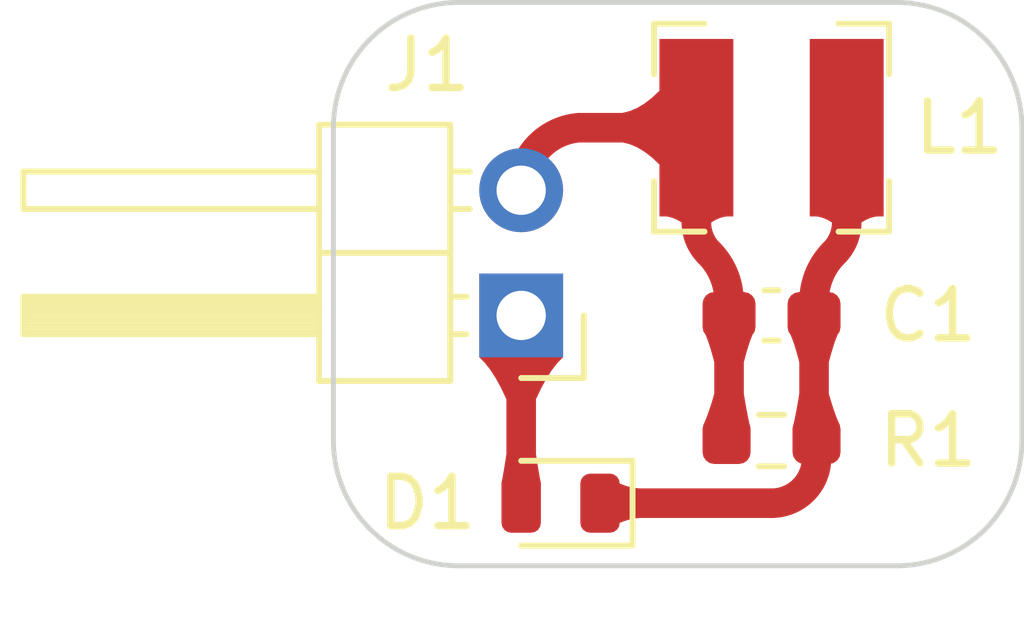
<source format=kicad_pcb>
(kicad_pcb (version 20221018) (generator pcbnew)
  (layers (0 "F.Cu" signal) (31 "B.Cu" signal) (34 "B.Paste" user) (35 "F.Paste" user) (36 "B.SilkS" user "B.Silkscreen") (37 "F.SilkS" user "F.Silkscreen") (38 "B.Mask" user) (39 "F.Mask" user) (44 "Edge.Cuts" user))
  (net 0 "")
  (net 1 "Net-(D1-K)")
  (net 2 "Net-(J1-Pin_2)")
  (net 3 "Net-(D1-A)")
  (footprint "Capacitor_SMD:C_0603_1608Metric_Pad1.08x0.95mm_HandSolder" (layer "F.Cu") (at 129.54 93.98 180)
    (fp_text reference "C1" (at -3.175 0) (layer "F.SilkS"))
    (fp_text value "100n")
    (fp_line (start -0.146267 -0.51) (end 0.146267 -0.51) (stroke (width 0.12)) (layer "F.SilkS"))
    (fp_line (start -0.146267 0.51) (end 0.146267 0.51) (stroke (width 0.12)) (layer "F.SilkS"))
    (pad "1" smd roundrect (at -0.8625 0 180) (size 1.075 0.95) (layers "F.Cu" "F.Paste" "F.Mask") (net 1 "Net-(D1-K)"))
    (pad "2" smd roundrect (at 0.8625 0 180) (size 1.075 0.95) (layers "F.Cu" "F.Paste" "F.Mask") (net 2 "Net-(J1-Pin_2)"))
  )
  (footprint "Resistor_SMD:R_0603_1608Metric_Pad0.98x0.95mm_HandSolder" (layer "F.Cu") (at 129.54 96.52 180)
    (fp_text reference "R1" (at -3.175 0) (layer "F.SilkS"))
    (fp_text value "100k")
    (fp_line (start -0.254724 -0.5225) (end 0.254724 -0.5225) (stroke (width 0.12)) (layer "F.SilkS"))
    (fp_line (start -0.254724 0.5225) (end 0.254724 0.5225) (stroke (width 0.12)) (layer "F.SilkS"))
    (pad "1" smd roundrect (at -0.9125 0 180) (size 0.975 0.95) (layers "F.Cu" "F.Paste" "F.Mask") (net 1 "Net-(D1-K)"))
    (pad "2" smd roundrect (at 0.9125 0 180) (size 0.975 0.95) (layers "F.Cu" "F.Paste" "F.Mask") (net 2 "Net-(J1-Pin_2)"))
  )
  (footprint "Inductor_SMD:L_Bourns-SRN4018" (layer "F.Cu") (at 129.54 90.17 180)
    (fp_text reference "L1" (at -3.81 0) (layer "F.SilkS"))
    (fp_text value "100n")
    (fp_line (start -2.385 -2.11) (end -2.385 -1.085) (stroke (width 0.12)) (layer "F.SilkS"))
    (fp_line (start -2.385 -2.11) (end -1.36 -2.11) (stroke (width 0.12)) (layer "F.SilkS"))
    (fp_line (start -2.385 2.11) (end -2.385 1.085) (stroke (width 0.12)) (layer "F.SilkS"))
    (fp_line (start -2.385 2.11) (end -1.36 2.11) (stroke (width 0.12)) (layer "F.SilkS"))
    (fp_line (start 2.385 -2.11) (end 1.36 -2.11) (stroke (width 0.12)) (layer "F.SilkS"))
    (fp_line (start 2.385 -2.11) (end 2.385 -1.085) (stroke (width 0.12)) (layer "F.SilkS"))
    (fp_line (start 2.385 2.11) (end 1.36 2.11) (stroke (width 0.12)) (layer "F.SilkS"))
    (fp_line (start 2.385 2.11) (end 2.385 1.085) (stroke (width 0.12)) (layer "F.SilkS"))
    (pad "1" smd rect (at -1.525 0 180) (size 1.5 3.6) (layers "F.Cu" "F.Paste" "F.Mask") (net 1 "Net-(D1-K)"))
    (pad "2" smd rect (at 1.525 0 180) (size 1.5 3.6) (layers "F.Cu" "F.Paste" "F.Mask") (net 2 "Net-(J1-Pin_2)"))
  )
  (footprint "Diode_SMD:D_MicroMELF" (layer "F.Cu") (at 125.26 97.79 180)
    (fp_text reference "D1" (at 2.705 0) (layer "F.SilkS"))
    (fp_text value "1N4148")
    (fp_line (start -1.46 -0.86) (end -1.46 0.86) (stroke (width 0.12)) (layer "F.SilkS"))
    (fp_line (start -1.46 0.86) (end 0.8 0.86) (stroke (width 0.12)) (layer "F.SilkS"))
    (fp_line (start 0.8 -0.86) (end -1.46 -0.86) (stroke (width 0.12)) (layer "F.SilkS"))
    (pad "1" smd roundrect (at -0.8 0 180) (size 0.8 1.2) (layers "F.Cu" "F.Paste" "F.Mask") (net 1 "Net-(D1-K)"))
    (pad "2" smd roundrect (at 0.8 0 180) (size 0.8 1.2) (layers "F.Cu" "F.Paste" "F.Mask") (net 3 "Net-(D1-A)"))
  )
  (footprint "Connector_PinHeader_2.54mm:PinHeader_1x02_P2.54mm_Horizontal" (layer "F.Cu") (at 124.46 93.98 180)
    (fp_text reference "J1" (at 1.905 5.08) (layer "F.SilkS"))
    (fp_text value "IN")
    (fp_line (start -1.27 -1.27) (end 0 -1.27) (stroke (width 0.12)) (layer "F.SilkS"))
    (fp_line (start -1.27 0) (end -1.27 -1.27) (stroke (width 0.12)) (layer "F.SilkS"))
    (fp_line (start 1.042929 2.16) (end 1.44 2.16) (stroke (width 0.12)) (layer "F.SilkS"))
    (fp_line (start 1.042929 2.92) (end 1.44 2.92) (stroke (width 0.12)) (layer "F.SilkS"))
    (fp_line (start 1.11 -0.38) (end 1.44 -0.38) (stroke (width 0.12)) (layer "F.SilkS"))
    (fp_line (start 1.11 0.38) (end 1.44 0.38) (stroke (width 0.12)) (layer "F.SilkS"))
    (fp_line (start 1.44 -1.33) (end 1.44 3.87) (stroke (width 0.12)) (layer "F.SilkS"))
    (fp_line (start 1.44 1.27) (end 4.1 1.27) (stroke (width 0.12)) (layer "F.SilkS"))
    (fp_line (start 1.44 3.87) (end 4.1 3.87) (stroke (width 0.12)) (layer "F.SilkS"))
    (fp_line (start 4.1 -1.33) (end 1.44 -1.33) (stroke (width 0.12)) (layer "F.SilkS"))
    (fp_line (start 4.1 -0.38) (end 10.1 -0.38) (stroke (width 0.12)) (layer "F.SilkS"))
    (fp_line (start 4.1 -0.32) (end 10.1 -0.32) (stroke (width 0.12)) (layer "F.SilkS"))
    (fp_line (start 4.1 -0.2) (end 10.1 -0.2) (stroke (width 0.12)) (layer "F.SilkS"))
    (fp_line (start 4.1 -0.08) (end 10.1 -0.08) (stroke (width 0.12)) (layer "F.SilkS"))
    (fp_line (start 4.1 0.04) (end 10.1 0.04) (stroke (width 0.12)) (layer "F.SilkS"))
    (fp_line (start 4.1 0.16) (end 10.1 0.16) (stroke (width 0.12)) (layer "F.SilkS"))
    (fp_line (start 4.1 0.28) (end 10.1 0.28) (stroke (width 0.12)) (layer "F.SilkS"))
    (fp_line (start 4.1 2.16) (end 10.1 2.16) (stroke (width 0.12)) (layer "F.SilkS"))
    (fp_line (start 4.1 3.87) (end 4.1 -1.33) (stroke (width 0.12)) (layer "F.SilkS"))
    (fp_line (start 10.1 -0.38) (end 10.1 0.38) (stroke (width 0.12)) (layer "F.SilkS"))
    (fp_line (start 10.1 0.38) (end 4.1 0.38) (stroke (width 0.12)) (layer "F.SilkS"))
    (fp_line (start 10.1 2.16) (end 10.1 2.92) (stroke (width 0.12)) (layer "F.SilkS"))
    (fp_line (start 10.1 2.92) (end 4.1 2.92) (stroke (width 0.12)) (layer "F.SilkS"))
    (pad "1" thru_hole rect (at 0 0 180) (size 1.7 1.7) (drill 1) (layers "*.Cu" "*.Mask") (net 3 "Net-(D1-A)"))
    (pad "2" thru_hole oval (at 0 2.54 180) (size 1.7 1.7) (drill 1) (layers "*.Cu" "*.Mask") (net 2 "Net-(J1-Pin_2)"))
  )
  (gr_line (start 134.62 90.17) (end 134.62 96.52) (stroke (width 0.1)) (layer "Edge.Cuts"))
  (gr_arc (start 132.08 87.63) (mid 133.876051 88.373949) (end 134.62 90.17) (stroke (width 0.1)) (layer "Edge.Cuts"))
  (gr_line (start 132.08 99.06) (end 123.19 99.06) (stroke (width 0.1)) (layer "Edge.Cuts"))
  (gr_line (start 120.65 96.52) (end 120.65 90.17) (stroke (width 0.1)) (layer "Edge.Cuts"))
  (gr_arc (start 123.19 99.06) (mid 121.393949 98.316051) (end 120.65 96.52) (stroke (width 0.1)) (layer "Edge.Cuts"))
  (gr_arc (start 134.62 96.52) (mid 133.876051 98.316051) (end 132.08 99.06) (stroke (width 0.1)) (layer "Edge.Cuts"))
  (gr_arc (start 120.65 90.17) (mid 121.393949 88.373949) (end 123.19 87.63) (stroke (width 0.1)) (layer "Edge.Cuts"))
  (gr_line (start 123.19 87.63) (end 132.08 87.63) (stroke (width 0.1)) (layer "Edge.Cuts"))
  (segment (start 130.4525 96.52) (end 130.4525 96.8775) (width 0.6) (layer "F.Cu") (net 1))
  (segment (start 130.4025 93.693792) (end 130.4025 93.98) (width 0.6) (layer "F.Cu") (net 1))
  (segment (start 129.54 97.79) (end 126.06 97.79) (width 0.6) (layer "F.Cu") (net 1))
  (segment (start 131.065 90.17) (end 131.065 92.094376) (width 0.6) (layer "F.Cu") (net 1))
  (segment (start 130.4025 93.98) (end 130.4025 96.39929) (width 0.6) (layer "F.Cu") (net 1))
  (arc (start 131.065 92.094376) (mid 130.998728 92.427549) (end 130.81 92.71) (width 0.6) (layer "F.Cu") (net 1))
  (arc (start 130.4525 96.8775) (mid 130.185235 97.522735) (end 129.54 97.79) (width 0.6) (layer "F.Cu") (net 1))
  (arc (start 130.4025 96.39929) (mid 130.415494 96.464618) (end 130.4525 96.52) (width 0.6) (layer "F.Cu") (net 1))
  (arc (start 130.81 92.71) (mid 130.508406 93.161367) (end 130.4025 93.693792) (width 0.6) (layer "F.Cu") (net 1))
  (segment (start 128.6775 93.98) (end 128.6775 96.39929) (width 0.6) (layer "F.Cu") (net 2))
  (segment (start 128.013505 90.171495) (end 125.630166 90.171495) (width 0.6) (layer "F.Cu") (net 2))
  (segment (start 128.6775 93.693792) (end 128.6775 93.98) (width 0.6) (layer "F.Cu") (net 2))
  (segment (start 128.015 90.17) (end 128.013505 90.171495) (width 0.6) (layer "F.Cu") (net 2))
  (segment (start 128.015 90.17) (end 128.015 92.094376) (width 0.6) (layer "F.Cu") (net 2))
  (segment (start 124.46 91.44) (end 124.948949 91.44) (width 0.6) (layer "F.Cu") (net 2))
  (arc (start 128.015 92.094376) (mid 128.081272 92.427549) (end 128.27 92.71) (width 0.6) (layer "F.Cu") (net 2))
  (arc (start 128.27 92.71) (mid 128.571594 93.161367) (end 128.6775 93.693792) (width 0.6) (layer "F.Cu") (net 2))
  (arc (start 128.6775 96.39929) (mid 128.664505 96.464617) (end 128.6275 96.52) (width 0.6) (layer "F.Cu") (net 2))
  (arc (start 125.630166 90.171495) (mid 124.79741 90.577923) (end 124.46 91.44) (width 0.6) (layer "F.Cu") (net 2))
  (segment (start 124.46 93.98) (end 124.46 97.79) (width 0.6) (layer "F.Cu") (net 3))
)
</source>
